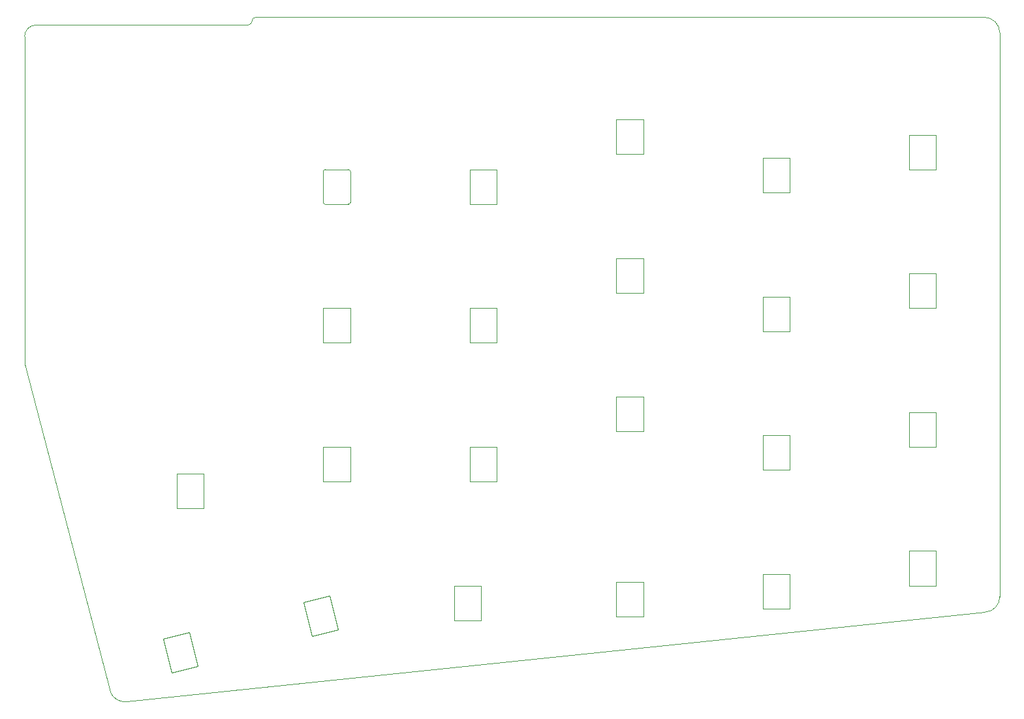
<source format=gbr>
G04 #@! TF.GenerationSoftware,KiCad,Pcbnew,(5.1.0)-1*
G04 #@! TF.CreationDate,2019-06-25T22:33:04+09:00*
G04 #@! TF.ProjectId,lunchbox52,6c756e63-6862-46f7-9835-322e6b696361,rev?*
G04 #@! TF.SameCoordinates,Original*
G04 #@! TF.FileFunction,Profile,NP*
%FSLAX46Y46*%
G04 Gerber Fmt 4.6, Leading zero omitted, Abs format (unit mm)*
G04 Created by KiCad (PCBNEW (5.1.0)-1) date 2019-06-25 22:33:04*
%MOMM*%
%LPD*%
G04 APERTURE LIST*
%ADD10C,0.050000*%
G04 APERTURE END LIST*
D10*
X122000000Y-69500000D02*
G75*
G02X122500000Y-69000000I500000J0D01*
G01*
X122000000Y-69500000D02*
G75*
G02X121500000Y-70000000I-500000J0D01*
G01*
X134500000Y-88750000D02*
G75*
G02X134750000Y-89000000I0J-250000D01*
G01*
X134750000Y-93000000D02*
G75*
G02X134500000Y-93250000I-250000J0D01*
G01*
X131500000Y-93250000D02*
G75*
G02X131250000Y-93000000I0J250000D01*
G01*
X131250000Y-89000000D02*
G75*
G02X131500000Y-88750000I250000J0D01*
G01*
X94000000Y-70000000D02*
X121500000Y-70000000D01*
X105701480Y-157814795D02*
G75*
G02X103600001Y-156499999I-201480J2014795D01*
G01*
X219002497Y-144200001D02*
G75*
G02X217099999Y-146199999I-2002497J1D01*
G01*
X207250000Y-142750000D02*
X207250000Y-138250000D01*
X210750000Y-142750000D02*
X207250000Y-142750000D01*
X210750000Y-138250000D02*
X210750000Y-142750000D01*
X207250000Y-138250000D02*
X210750000Y-138250000D01*
X207250000Y-124750000D02*
X207250000Y-120250000D01*
X210750000Y-124750000D02*
X207250000Y-124750000D01*
X210750000Y-120250000D02*
X210750000Y-124750000D01*
X207250000Y-120250000D02*
X210750000Y-120250000D01*
X207250000Y-106750000D02*
X207250000Y-102250000D01*
X210750000Y-106750000D02*
X207250000Y-106750000D01*
X210750000Y-102250000D02*
X210750000Y-106750000D01*
X207250000Y-102250000D02*
X210750000Y-102250000D01*
X207250000Y-88750000D02*
X207250000Y-84250000D01*
X210750000Y-88750000D02*
X207250000Y-88750000D01*
X210750000Y-84250000D02*
X210750000Y-88750000D01*
X207250000Y-84250000D02*
X210750000Y-84250000D01*
X188250000Y-145750000D02*
X188250000Y-141250000D01*
X191750000Y-145750000D02*
X188250000Y-145750000D01*
X191750000Y-141250000D02*
X191750000Y-145750000D01*
X188250000Y-141250000D02*
X191750000Y-141250000D01*
X188250000Y-127750000D02*
X188250000Y-123250000D01*
X191750000Y-127750000D02*
X188250000Y-127750000D01*
X191750000Y-123250000D02*
X191750000Y-127750000D01*
X188250000Y-123250000D02*
X191750000Y-123250000D01*
X188250000Y-109750000D02*
X188250000Y-105250000D01*
X191750000Y-109750000D02*
X188250000Y-109750000D01*
X191750000Y-105250000D02*
X191750000Y-109750000D01*
X188250000Y-105250000D02*
X191750000Y-105250000D01*
X188250000Y-91750000D02*
X188250000Y-87250000D01*
X191750000Y-91750000D02*
X188250000Y-91750000D01*
X191750000Y-87250000D02*
X191750000Y-91750000D01*
X188250000Y-87250000D02*
X191750000Y-87250000D01*
X169250000Y-146750000D02*
X169250000Y-142250000D01*
X172750000Y-146750000D02*
X169250000Y-146750000D01*
X172750000Y-142250000D02*
X172750000Y-146750000D01*
X169250000Y-142250000D02*
X172750000Y-142250000D01*
X169250000Y-122750000D02*
X169250000Y-118250000D01*
X172750000Y-122750000D02*
X169250000Y-122750000D01*
X172750000Y-118250000D02*
X172750000Y-122750000D01*
X169250000Y-118250000D02*
X172750000Y-118250000D01*
X169250000Y-104750000D02*
X169250000Y-100250000D01*
X172750000Y-104750000D02*
X169250000Y-104750000D01*
X172750000Y-100250000D02*
X172750000Y-104750000D01*
X169250000Y-100250000D02*
X172750000Y-100250000D01*
X169250000Y-86750000D02*
X169250000Y-82250000D01*
X172750000Y-86750000D02*
X169250000Y-86750000D01*
X172750000Y-82250000D02*
X172750000Y-86750000D01*
X169250000Y-82250000D02*
X172750000Y-82250000D01*
X148250000Y-147250000D02*
X148250000Y-142750000D01*
X151750000Y-147250000D02*
X148250000Y-147250000D01*
X151750000Y-142750000D02*
X151750000Y-147250000D01*
X148250000Y-142750000D02*
X151750000Y-142750000D01*
X150250000Y-129250000D02*
X150250000Y-124750000D01*
X153750000Y-129250000D02*
X150250000Y-129250000D01*
X153750000Y-124750000D02*
X153750000Y-129250000D01*
X150250000Y-124750000D02*
X153750000Y-124750000D01*
X150250000Y-111250000D02*
X150250000Y-106750000D01*
X153750000Y-111250000D02*
X150250000Y-111250000D01*
X153750000Y-106750000D02*
X153750000Y-111250000D01*
X150250000Y-106750000D02*
X153750000Y-106750000D01*
X150250000Y-93250000D02*
X150250000Y-88750000D01*
X153750000Y-93250000D02*
X150250000Y-93250000D01*
X153750000Y-88750000D02*
X153750000Y-93250000D01*
X150250000Y-88750000D02*
X153750000Y-88750000D01*
X131250000Y-129250000D02*
X131250000Y-124750000D01*
X134750000Y-129250000D02*
X131250000Y-129250000D01*
X134750000Y-124750000D02*
X134750000Y-129250000D01*
X131250000Y-124750000D02*
X134750000Y-124750000D01*
X131250000Y-111250000D02*
X131250000Y-106750000D01*
X134750000Y-111250000D02*
X131250000Y-111250000D01*
X134750000Y-106750000D02*
X134750000Y-111250000D01*
X131250000Y-106750000D02*
X134750000Y-106750000D01*
X129796874Y-149288928D02*
X128708225Y-144922597D01*
X133192909Y-148442201D02*
X129796874Y-149288928D01*
X132104260Y-144075870D02*
X133192909Y-148442201D01*
X128708225Y-144922597D02*
X132104260Y-144075870D01*
X111546874Y-154038928D02*
X110458225Y-149672597D01*
X114942909Y-153192201D02*
X111546874Y-154038928D01*
X113854260Y-148825870D02*
X114942909Y-153192201D01*
X110458225Y-149672597D02*
X113854260Y-148825870D01*
X112250000Y-132710000D02*
X112250000Y-128210000D01*
X115750000Y-132710000D02*
X112250000Y-132710000D01*
X115750000Y-128210000D02*
X115750000Y-132710000D01*
X112250000Y-128210000D02*
X115750000Y-128210000D01*
X131250000Y-93000000D02*
X131250000Y-89000000D01*
X134500000Y-93250000D02*
X131500000Y-93250000D01*
X134750000Y-89000000D02*
X134750000Y-93000000D01*
X131500000Y-88750000D02*
X134500000Y-88750000D01*
X92500000Y-71500000D02*
G75*
G02X94000000Y-70000000I1500000J0D01*
G01*
X217000000Y-69000000D02*
G75*
G02X219000000Y-71000000I0J-2000000D01*
G01*
X122500000Y-69000000D02*
X217000000Y-69000000D01*
X92500000Y-114000000D02*
X92500000Y-71500000D01*
X103600001Y-156499999D02*
X92500000Y-114000000D01*
X217099999Y-146199999D02*
X105701480Y-157814795D01*
X219000000Y-71000000D02*
X219002497Y-144200001D01*
M02*

</source>
